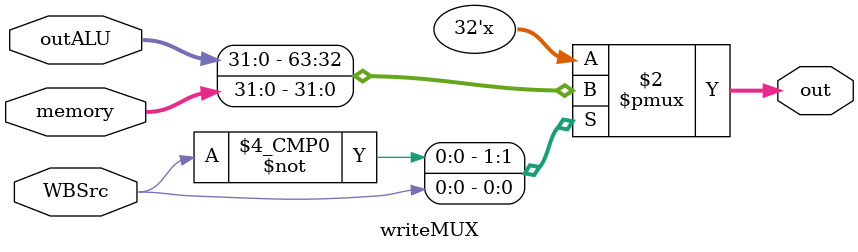
<source format=v>
module writeMUX (outALU, memory, WBSrc, out);
    input [31:0] outALU;
    input [31:0] memory;
    input WBSrc;
    
    output reg [31:0] out;

    always @* begin
        case (WBSrc) 
            2'd0: out = outALU;
            2'd1: out = memory;
        endcase
    end
endmodule 
</source>
